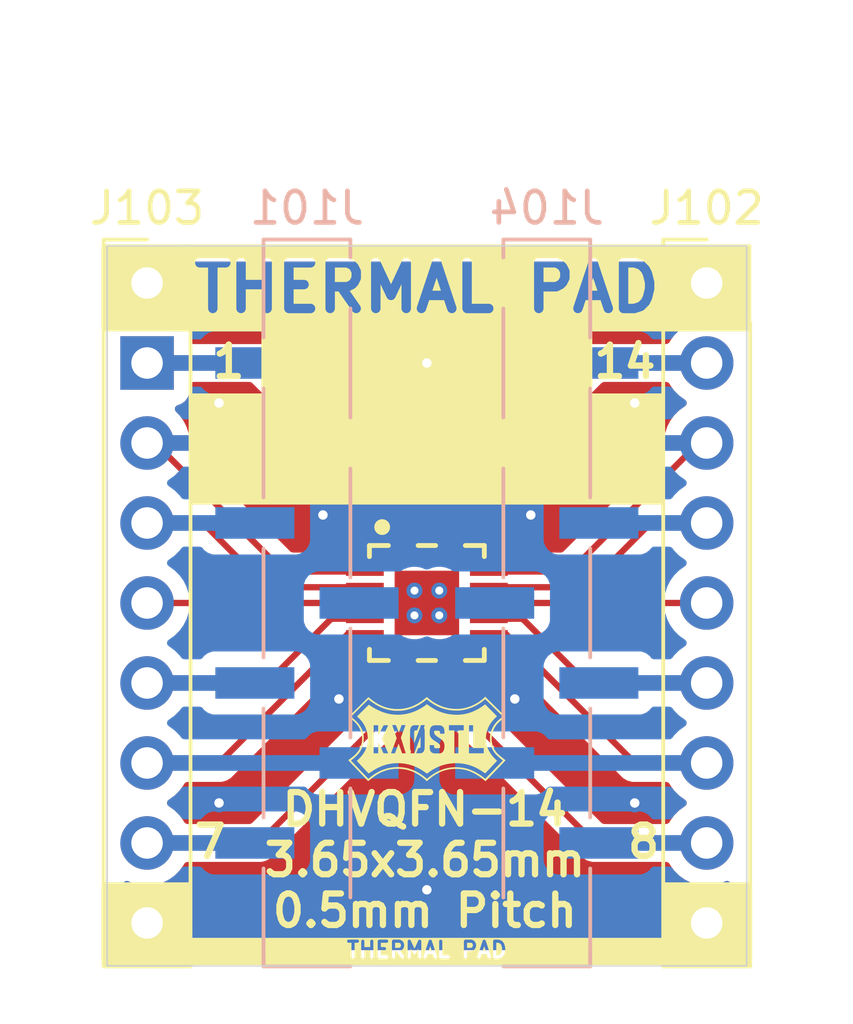
<source format=kicad_pcb>
(kicad_pcb (version 20241229) (generator "pcbnew") (generator_version "9.0")
  (layers (0 "F.Cu" signal) (2 "B.Cu" signal) (13 "F.Paste" user) (15 "B.Paste" user) (5 "F.SilkS" user "F.Silkscreen") (7 "B.SilkS" user "B.Silkscreen") (1 "F.Mask" user) (3 "B.Mask" user) (25 "Edge.Cuts" user))
  (net 0 "")
  (net 1 "/10")
  (net 2 "/3")
  (net 3 "/6")
  (net 4 "/8")
  (net 5 "/1")
  (net 6 "/7")
  (net 7 "/2")
  (net 8 "/9")
  (net 9 "/14")
  (net 10 "/15")
  (net 11 "/5")
  (net 12 "/4")
  (net 13 "/13")
  (net 14 "/12")
  (net 15 "/11")
  (footprint "libraries:RGY14_2P05X2P05" (layer "F.Cu") (at 133.096 111.252)
    (property "Reference" "U101" (hide yes))
    (property "Value" "DHVQFN-14")
    (pad "1" smd rect (at -0.750001 -1.931) (size 0.28 1.2) (layers "F.Cu" "F.Mask") (net 5 "/1"))
    (pad "2" smd rect (at -1.97 -1.000001 90) (size 0.28 1.2) (layers "F.Cu" "F.Mask") (net 7 "/2"))
    (pad "3" smd rect (at -1.969001 -0.499999 90) (size 0.28 1.2) (layers "F.Cu" "F.Mask") (net 2 "/3"))
    (pad "4" smd rect (at -1.969001 0 90) (size 0.28 1.2) (layers "F.Cu" "F.Mask") (net 12 "/4"))
    (pad "5" smd rect (at -1.969001 0.499999 90) (size 0.28 1.2) (layers "F.Cu" "F.Mask") (net 11 "/5"))
    (pad "6" smd rect (at -1.969001 1.000001 90) (size 0.28 1.2) (layers "F.Cu" "F.Mask") (net 3 "/6"))
    (pad "7" smd rect (at -0.750001 1.931) (size 0.28 1.2) (layers "F.Cu" "F.Mask") (net 6 "/7"))
    (pad "8" smd rect (at 0.750001 1.931) (size 0.28 1.2) (layers "F.Cu" "F.Mask") (net 4 "/8"))
    (pad "9" smd rect (at 1.969001 1.000001 90) (size 0.28 1.2) (layers "F.Cu" "F.Mask") (net 8 "/9"))
    (pad "10" smd rect (at 1.969001 0.499999 90) (size 0.28 1.2) (layers "F.Cu" "F.Mask") (net 1 "/10"))
    (pad "11" smd rect (at 1.969001 0 90) (size 0.28 1.2) (layers "F.Cu" "F.Mask") (net 15 "/11"))
    (pad "12" smd rect (at 1.969001 -0.499999 90) (size 0.28 1.2) (layers "F.Cu" "F.Mask") (net 14 "/12"))
    (pad "13" smd rect (at 1.969001 -1.000001 90) (size 0.28 1.2) (layers "F.Cu" "F.Mask") (net 13 "/13"))
    (pad "14" smd rect (at 0.750001 -1.931) (size 0.28 1.2) (layers "F.Cu" "F.Mask") (net 9 "/14"))
    (pad "15" smd rect (at 0 0) (size 2.05 2.05) (layers "F.Cu" "F.Mask") (net 10 "/15"))
    (pad "V" thru_hole circle (at -0.3937 -0.3937) (size 0.508 0.508) (drill 0.254) (layers "*.Cu" "*.Mask"))
    (pad "V" thru_hole circle (at -0.3937 0.3937) (size 0.508 0.508) (drill 0.254) (layers "*.Cu" "*.Mask"))
    (pad "V" thru_hole circle (at 0.3937 -0.3937) (size 0.508 0.508) (drill 0.254) (layers "*.Cu" "*.Mask"))
    (pad "V" thru_hole circle (at 0.3937 0.3937) (size 0.508 0.508) (drill 0.254) (layers "*.Cu" "*.Mask"))
  )
  (footprint "libraries:Logo_5mm_inv" (layer "F.Cu") (at 133.096 115.57)
    (property "Reference" "G***" (hide yes))
    (property "Value" "LOGO" (hide yes))
  )
  (footprint "Connector_PinHeader_2.54mm:PinHeader_1x09_P2.54mm_Vertical" (layer "F.Cu") (at 124.206 101.092)
    (property "Reference" "J103" (at 0 -2.38 0) (layer "F.SilkS"))
    (property "Value" "Conn_01x12")
    (pad "1" thru_hole circle (at 0 0) (size 1.7 1.7) (drill 1) (layers "*.Cu" "*.Mask") (net 10 "/15"))
    (pad "2" thru_hole rect (at 0 2.54) (size 1.7 1.7) (drill 1) (layers "*.Cu" "*.Mask") (net 5 "/1"))
    (pad "3" thru_hole circle (at 0 5.08) (size 1.7 1.7) (drill 1) (layers "*.Cu" "*.Mask") (net 7 "/2"))
    (pad "4" thru_hole circle (at 0 7.62) (size 1.7 1.7) (drill 1) (layers "*.Cu" "*.Mask") (net 2 "/3"))
    (pad "5" thru_hole circle (at 0 10.16) (size 1.7 1.7) (drill 1) (layers "*.Cu" "*.Mask") (net 12 "/4"))
    (pad "6" thru_hole circle (at 0 12.7) (size 1.7 1.7) (drill 1) (layers "*.Cu" "*.Mask") (net 11 "/5"))
    (pad "7" thru_hole circle (at 0 15.24) (size 1.7 1.7) (drill 1) (layers "*.Cu" "*.Mask") (net 3 "/6"))
    (pad "8" thru_hole circle (at 0 17.78) (size 1.7 1.7) (drill 1) (layers "*.Cu" "*.Mask") (net 6 "/7"))
    (pad "9" thru_hole circle (at 0 20.32) (size 1.7 1.7) (drill 1) (layers "*.Cu" "*.Mask") (net 10 "/15"))
  )
  (footprint "Connector_PinHeader_2.54mm:PinHeader_1x09_P2.54mm_Vertical" (layer "F.Cu") (at 141.986 101.092)
    (property "Reference" "J102" (at 0 -2.38 0) (layer "F.SilkS"))
    (property "Value" "Conn_01x09")
    (pad "1" thru_hole circle (at 0 0) (size 1.7 1.7) (drill 1) (layers "*.Cu" "*.Mask") (net 10 "/15"))
    (pad "2" thru_hole circle (at 0 2.54) (size 1.7 1.7) (drill 1) (layers "*.Cu" "*.Mask") (net 9 "/14"))
    (pad "3" thru_hole circle (at 0 5.08) (size 1.7 1.7) (drill 1) (layers "*.Cu" "*.Mask") (net 13 "/13"))
    (pad "4" thru_hole circle (at 0 7.62) (size 1.7 1.7) (drill 1) (layers "*.Cu" "*.Mask") (net 14 "/12"))
    (pad "5" thru_hole circle (at 0 10.16) (size 1.7 1.7) (drill 1) (layers "*.Cu" "*.Mask") (net 15 "/11"))
    (pad "6" thru_hole circle (at 0 12.7) (size 1.7 1.7) (drill 1) (layers "*.Cu" "*.Mask") (net 1 "/10"))
    (pad "7" thru_hole circle (at 0 15.24) (size 1.7 1.7) (drill 1) (layers "*.Cu" "*.Mask") (net 8 "/9"))
    (pad "8" thru_hole circle (at 0 17.78) (size 1.7 1.7) (drill 1) (layers "*.Cu" "*.Mask") (net 4 "/8"))
    (pad "9" thru_hole circle (at 0 20.32) (size 1.7 1.7) (drill 1) (layers "*.Cu" "*.Mask") (net 10 "/15"))
  )
  (footprint "Connector_PinHeader_2.54mm:PinHeader_1x09_P2.54mm_Vertical_SMD_Pin1Left" (layer "B.Cu") (at 129.286 111.252 180)
    (property "Reference" "J101" (at 0 12.54 0) (layer "B.SilkS") (effects (justify mirror)))
    (property "Value" "Conn_01x09")
    (pad "1" smd rect (at -1.655 10.16 180) (size 2.51 1) (layers "B.Cu" "B.Mask" "B.Paste") (net 10 "/15"))
    (pad "2" smd rect (at 1.655 7.62 180) (size 2.51 1) (layers "B.Cu" "B.Mask" "B.Paste") (net 5 "/1"))
    (pad "3" smd rect (at -1.655 5.08 180) (size 2.51 1) (layers "B.Cu" "B.Mask" "B.Paste") (net 7 "/2"))
    (pad "4" smd rect (at 1.655 2.54 180) (size 2.51 1) (layers "B.Cu" "B.Mask" "B.Paste") (net 2 "/3"))
    (pad "5" smd rect (at -1.655 0 180) (size 2.51 1) (layers "B.Cu" "B.Mask" "B.Paste") (net 12 "/4"))
    (pad "6" smd rect (at 1.655 -2.54 180) (size 2.51 1) (layers "B.Cu" "B.Mask" "B.Paste") (net 11 "/5"))
    (pad "7" smd rect (at -1.655 -5.08 180) (size 2.51 1) (layers "B.Cu" "B.Mask" "B.Paste") (net 3 "/6"))
    (pad "8" smd rect (at 1.655 -7.62 180) (size 2.51 1) (layers "B.Cu" "B.Mask" "B.Paste") (net 6 "/7"))
    (pad "9" smd rect (at -1.655 -10.16 180) (size 2.51 1) (layers "B.Cu" "B.Mask" "B.Paste") (net 10 "/15"))
  )
  (footprint "Connector_PinHeader_2.54mm:PinHeader_1x09_P2.54mm_Vertical_SMD_Pin1Right" (layer "B.Cu") (at 136.906 111.252 180)
    (property "Reference" "J104" (at 0 12.54 0) (layer "B.SilkS") (effects (justify mirror)))
    (property "Value" "Conn_01x09")
    (pad "1" smd rect (at 1.655 10.16 180) (size 2.51 1) (layers "B.Cu" "B.Mask" "B.Paste") (net 10 "/15"))
    (pad "2" smd rect (at -1.655 7.62 180) (size 2.51 1) (layers "B.Cu" "B.Mask" "B.Paste") (net 9 "/14"))
    (pad "3" smd rect (at 1.655 5.08 180) (size 2.51 1) (layers "B.Cu" "B.Mask" "B.Paste") (net 13 "/13"))
    (pad "4" smd rect (at -1.655 2.54 180) (size 2.51 1) (layers "B.Cu" "B.Mask" "B.Paste") (net 14 "/12"))
    (pad "5" smd rect (at 1.655 0 180) (size 2.51 1) (layers "B.Cu" "B.Mask" "B.Paste") (net 15 "/11"))
    (pad "6" smd rect (at -1.655 -2.54 180) (size 2.51 1) (layers "B.Cu" "B.Mask" "B.Paste") (net 1 "/10"))
    (pad "7" smd rect (at 1.655 -5.08 180) (size 2.51 1) (layers "B.Cu" "B.Mask" "B.Paste") (net 8 "/9"))
    (pad "8" smd rect (at -1.655 -7.62 180) (size 2.51 1) (layers "B.Cu" "B.Mask" "B.Paste") (net 4 "/8"))
    (pad "9" smd rect (at 1.655 -10.16 180) (size 2.51 1) (layers "B.Cu" "B.Mask" "B.Paste") (net 10 "/15"))
  )
  (gr_rect (start 135.642968 121.934471) (end 141.097 122.713966) (stroke (width 0.1)) (fill yes) (layer "F.SilkS"))
  (gr_rect (start 122.809 120.173037) (end 125.530898 122.713037) (stroke (width 0.1)) (fill yes) (layer "F.SilkS"))
  (gr_rect (start 125.121358 121.934423) (end 130.504688 122.721823) (stroke (width 0.1)) (fill yes) (layer "F.SilkS"))
  (gr_rect (start 140.640913 120.173037) (end 143.383 122.713037) (stroke (width 0.1)) (fill yes) (layer "F.SilkS"))
  (gr_rect (start 122.809 99.912274) (end 125.5945 102.579524) (stroke (width 0.1)) (fill yes) (layer "F.SilkS"))
  (gr_rect (start 125.222 99.912274) (end 140.63975 100.140874) (stroke (width 0.1)) (fill yes) (layer "F.SilkS"))
  (gr_rect (start 125.603 104.648) (end 140.589 108.077) (stroke (width 0.1)) (fill yes) (layer "F.SilkS"))
  (gr_rect (start 130.302 122.630176) (end 135.763 122.713037) (stroke (width 0.1)) (fill yes) (layer "F.SilkS"))
  (gr_rect (start 125.04425 102.173124) (end 141.351 102.579524) (stroke (width 0.1)) (fill yes) (layer "F.SilkS"))
  (gr_rect (start 127.889 102.489) (end 138.303 106.68) (stroke (width 0.1)) (fill yes) (layer "F.SilkS"))
  (gr_rect (start 140.49175 99.912274) (end 143.35325 102.579524) (stroke (width 0.1)) (fill yes) (layer "F.SilkS"))
  (gr_rect (start 122.936 99.912274) (end 143.256 122.772274) (stroke (width 0.05)) (fill no) (layer "Edge.Cuts"))
  (gr_text "14" (at 139.389 103.595274 0) (layer "F.SilkS") (effects (font (size 1 1) (thickness 0.2) (bold yes))))
  (gr_text "THERMAL PAD" (at 133.096 101.245899 0) (layer "F.SilkS" knockout) (effects (font (size 1.45 1.45) (thickness 0.3))))
  (gr_text "1" (at 126.803 103.595274 0) (layer "F.SilkS") (effects (font (size 1 1) (thickness 0.2) (bold yes))))
  (gr_text "DHVQFN-14\n3.65x3.65mm\n0.5mm Pitch" (at 133.0325 121.608781 0) (layer "F.SilkS") (effects (font (size 1 1) (thickness 0.2) (bold yes)) (justify bottom)))
  (gr_text "8" (at 140.589 118.835274 0) (layer "F.SilkS") (effects (font (size 1 1) (thickness 0.2) (bold yes)) (justify right)))
  (gr_text "THERMAL PAD" (at 133.096 122.264274 0) (layer "F.SilkS" knockout) (effects (font (size 0.5 0.5) (thickness 0.1) (bold yes))))
  (gr_text "7" (at 125.603 118.835274 0) (layer "F.SilkS") (effects (font (size 1 1) (thickness 0.2) (bold yes)) (justify left)))
  (segment (start 136.135999 111.751999) (end 138.176 113.792) (width 0.2) (layer "F.Cu") (net 1))
  (segment (start 135.065001 111.751999) (end 136.135999 111.751999) (width 0.2) (layer "F.Cu") (net 1))
  (segment (start 138.176 113.792) (end 141.986 113.792) (width 0.2) (layer "F.Cu") (net 1))
  (segment (start 141.986 113.792) (end 138.561 113.792) (width 0.5) (layer "B.Cu") (net 1))
  (segment (start 125.984 108.712) (end 124.206 108.712) (width 0.2) (layer "F.Cu") (net 2))
  (segment (start 131.126999 110.752001) (end 128.024001 110.752001) (width 0.2) (layer "F.Cu") (net 2))
  (segment (start 128.024001 110.752001) (end 125.984 108.712) (width 0.2) (layer "F.Cu") (net 2))
  (segment (start 124.206 108.712) (end 127.631 108.712) (width 0.5) (layer "B.Cu") (net 2))
  (segment (start 130.571999 112.252001) (end 126.492 116.332) (width 0.2) (layer "F.Cu") (net 3))
  (segment (start 131.126999 112.252001) (end 130.571999 112.252001) (width 0.2) (layer "F.Cu") (net 3))
  (segment (start 126.492 116.332) (end 124.206 116.332) (width 0.2) (layer "F.Cu") (net 3))
  (segment (start 124.206 116.332) (end 130.941 116.332) (width 0.5) (layer "B.Cu") (net 3))
  (segment (start 133.846001 113.183) (end 133.846001 114.288001) (width 0.2) (layer "F.Cu") (net 4))
  (segment (start 133.846001 114.288001) (end 138.43 118.872) (width 0.2) (layer "F.Cu") (net 4))
  (segment (start 138.43 118.872) (end 141.986 118.872) (width 0.2) (layer "F.Cu") (net 4))
  (segment (start 141.986 118.872) (end 138.561 118.872) (width 0.5) (layer "B.Cu") (net 4))
  (segment (start 132.345999 108.215999) (end 127.762 103.632) (width 0.2) (layer "F.Cu") (net 5))
  (segment (start 127.762 103.632) (end 124.206 103.632) (width 0.2) (layer "F.Cu") (net 5))
  (segment (start 132.345999 109.321) (end 132.345999 108.215999) (width 0.2) (layer "F.Cu") (net 5))
  (segment (start 124.206 103.632) (end 127.631 103.632) (width 0.5) (layer "B.Cu") (net 5))
  (segment (start 127.762 118.872) (end 124.206 118.872) (width 0.2) (layer "F.Cu") (net 6))
  (segment (start 132.345999 113.183) (end 132.345999 114.288001) (width 0.2) (layer "F.Cu") (net 6))
  (segment (start 132.345999 114.288001) (end 127.762 118.872) (width 0.2) (layer "F.Cu") (net 6))
  (segment (start 124.206 118.872) (end 127.631 118.872) (width 0.5) (layer "B.Cu") (net 6))
  (segment (start 124.46 106.172) (end 124.206 106.172) (width 0.2) (layer "F.Cu") (net 7))
  (segment (start 131.126 110.251999) (end 128.539999 110.251999) (width 0.2) (layer "F.Cu") (net 7))
  (segment (start 128.539999 110.251999) (end 124.46 106.172) (width 0.2) (layer "F.Cu") (net 7))
  (segment (start 124.206 106.172) (end 130.941 106.172) (width 0.5) (layer "B.Cu") (net 7))
  (segment (start 135.620001 112.252001) (end 139.7 116.332) (width 0.2) (layer "F.Cu") (net 8))
  (segment (start 135.065001 112.252001) (end 135.620001 112.252001) (width 0.2) (layer "F.Cu") (net 8))
  (segment (start 139.7 116.332) (end 141.986 116.332) (width 0.2) (layer "F.Cu") (net 8))
  (segment (start 141.986 116.332) (end 135.251 116.332) (width 0.5) (layer "B.Cu") (net 8))
  (segment (start 138.43 103.632) (end 141.986 103.632) (width 0.2) (layer "F.Cu") (net 9))
  (segment (start 133.846001 108.215999) (end 138.43 103.632) (width 0.2) (layer "F.Cu") (net 9))
  (segment (start 133.846001 109.321) (end 133.846001 108.215999) (width 0.2) (layer "F.Cu") (net 9))
  (segment (start 141.986 103.632) (end 138.561 103.632) (width 0.5) (layer "B.Cu") (net 9))
  (via (at 133.096 120.359274) (size 0.6) (drill 0.3) (layers "F.Cu" "B.Cu") (net 10))
  (via (at 139.7 104.902) (size 0.6) (drill 0.3) (layers "F.Cu" "B.Cu") (net 10))
  (via (at 133.096 103.632) (size 0.6) (drill 0.3) (layers "F.Cu" "B.Cu") (net 10))
  (via (at 129.794 108.458) (size 0.6) (drill 0.3) (layers "F.Cu" "B.Cu") (net 10))
  (via (at 130.302 114.3) (size 0.6) (drill 0.3) (layers "F.Cu" "B.Cu") (net 10))
  (via (at 136.398 108.458) (size 0.6) (drill 0.3) (layers "F.Cu" "B.Cu") (net 10))
  (via (at 139.7 117.602) (size 0.6) (drill 0.3) (layers "F.Cu" "B.Cu") (net 10))
  (via (at 126.492 117.602) (size 0.6) (drill 0.3) (layers "F.Cu" "B.Cu") (net 10))
  (via (at 135.89 114.3) (size 0.6) (drill 0.3) (layers "F.Cu" "B.Cu") (net 10))
  (via (at 126.492 104.902) (size 0.6) (drill 0.3) (layers "F.Cu" "B.Cu") (net 10))
  (segment (start 124.206 121.412) (end 141.986 121.412) (width 0.5) (layer "B.Cu") (net 10))
  (segment (start 141.986 101.092) (end 124.206 101.092) (width 0.5) (layer "B.Cu") (net 10))
  (segment (start 130.056001 111.751999) (end 128.016 113.792) (width 0.2) (layer "F.Cu") (net 11))
  (segment (start 131.126999 111.751999) (end 130.056001 111.751999) (width 0.2) (layer "F.Cu") (net 11))
  (segment (start 128.016 113.792) (end 124.206 113.792) (width 0.2) (layer "F.Cu") (net 11))
  (segment (start 124.206 113.792) (end 127.631 113.792) (width 0.5) (layer "B.Cu") (net 11))
  (segment (start 131.126999 111.252) (end 124.206 111.252) (width 0.2) (layer "F.Cu") (net 12))
  (segment (start 137.652001 110.251999) (end 141.732 106.172) (width 0.2) (layer "F.Cu") (net 13))
  (segment (start 135.065001 110.251999) (end 137.652001 110.251999) (width 0.2) (layer "F.Cu") (net 13))
  (segment (start 141.732 106.172) (end 141.986 106.172) (width 0.2) (layer "F.Cu") (net 13))
  (segment (start 141.986 106.172) (end 135.251 106.172) (width 0.5) (layer "B.Cu") (net 13))
  (segment (start 135.065001 110.752001) (end 138.167999 110.752001) (width 0.2) (layer "F.Cu") (net 14))
  (segment (start 140.208 108.712) (end 141.986 108.712) (width 0.2) (layer "F.Cu") (net 14))
  (segment (start 138.167999 110.752001) (end 140.208 108.712) (width 0.2) (layer "F.Cu") (net 14))
  (segment (start 141.986 108.712) (end 138.561 108.712) (width 0.5) (layer "B.Cu") (net 14))
  (segment (start 135.065001 111.252) (end 141.986 111.252) (width 0.2) (layer "F.Cu") (net 15))
  (zone (net 10) (net_name "/15") (layers "F.Cu" "B.Cu") (priority 1) (connect_pads yes (clearance 0.5)) (min_thickness 0.25) (fill yes (thermal_gap 0.5) (thermal_bridge_width 0.5))
    (polygon (pts (xy 122.988658 99.90223) (xy 143.308658 99.90223) (xy 143.308658 122.76223) (xy 122.988658 122.76223)))
  )
)
</source>
